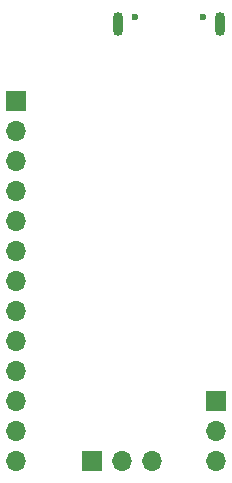
<source format=gbr>
%TF.GenerationSoftware,KiCad,Pcbnew,7.0.2*%
%TF.CreationDate,2023-07-30T01:50:32+02:00*%
%TF.ProjectId,RP2040_base_example,52503230-3430-45f6-9261-73655f657861,rev?*%
%TF.SameCoordinates,Original*%
%TF.FileFunction,Soldermask,Bot*%
%TF.FilePolarity,Negative*%
%FSLAX46Y46*%
G04 Gerber Fmt 4.6, Leading zero omitted, Abs format (unit mm)*
G04 Created by KiCad (PCBNEW 7.0.2) date 2023-07-30 01:50:32*
%MOMM*%
%LPD*%
G01*
G04 APERTURE LIST*
%ADD10R,1.700000X1.700000*%
%ADD11O,1.700000X1.700000*%
%ADD12C,0.600000*%
%ADD13O,0.900000X2.000000*%
G04 APERTURE END LIST*
D10*
%TO.C,J2*%
X62500000Y-55500000D03*
D11*
X62500000Y-58040000D03*
X62500000Y-60580000D03*
X62500000Y-63120000D03*
X62500000Y-65660000D03*
X62500000Y-68200000D03*
X62500000Y-70740000D03*
X62500000Y-73280000D03*
X62500000Y-75820000D03*
X62500000Y-78360000D03*
X62500000Y-80900000D03*
X62500000Y-83440000D03*
X62500000Y-85980000D03*
%TD*%
D12*
%TO.C,J3*%
X78390000Y-48440000D03*
X72610000Y-48440000D03*
D13*
X79820000Y-48960000D03*
X71180000Y-48960000D03*
%TD*%
D10*
%TO.C,SWD1*%
X68975000Y-86000000D03*
D11*
X71515000Y-86000000D03*
X74055000Y-86000000D03*
%TD*%
D10*
%TO.C,J1*%
X79500000Y-80960000D03*
D11*
X79500000Y-83500000D03*
X79500000Y-86040000D03*
%TD*%
M02*

</source>
